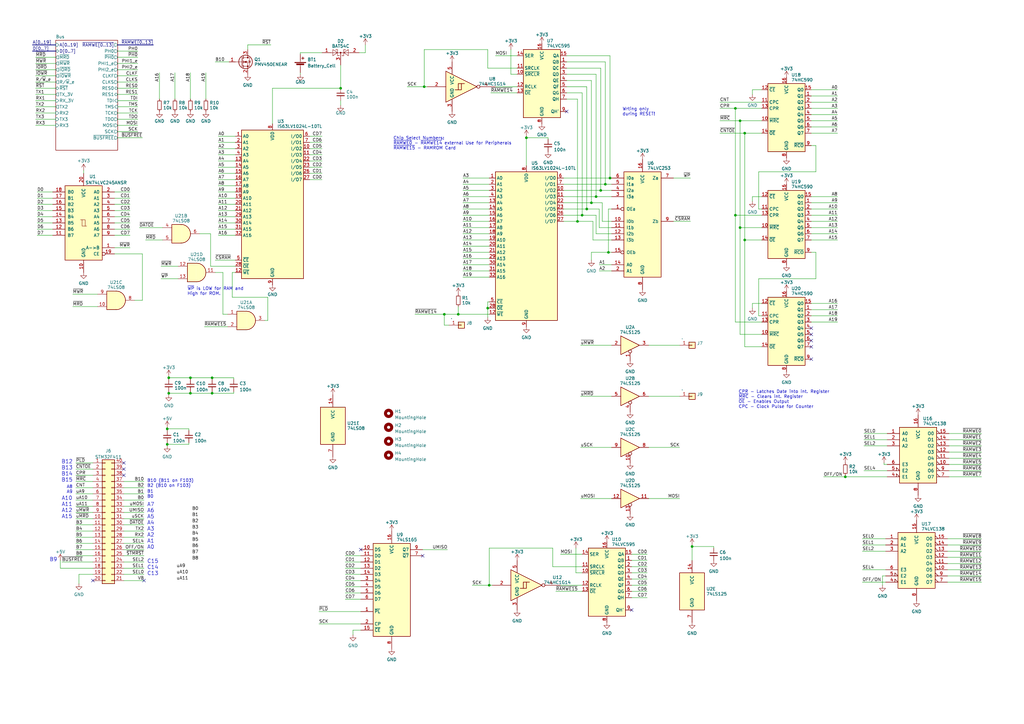
<source format=kicad_sch>
(kicad_sch (version 20230121) (generator eeschema)
  (paper "A3")
  (title_block (title "Unicomp v2 - RAMROM Board") (date "2023-07-06") (rev "v1") (company "100% Offner") (comment 1 "v1: Initial"))
  (junction (at 78.105 154.94))
  (junction (at 303.53 49.53))
  (junction (at 250.19 73.025))
  (junction (at 301.625 44.45))
  (junction (at 86.995 161.29))
  (junction (at 215.9 56.515))
  (junction (at 283.845 224.155))
  (junction (at 301.625 88.265))
  (junction (at 303.53 93.345))
  (junction (at 248.285 75.565))
  (junction (at 249.555 103.505))
  (junction (at 305.435 54.61))
  (junction (at 246.38 78.105))
  (junction (at 69.215 161.29))
  (junction (at 182.245 128.905))
  (junction (at 240.665 85.725))
  (junction (at 238.76 88.265))
  (junction (at 68.58 175.895))
  (junction (at 242.57 83.185))
  (junction (at 86.995 154.94))
  (junction (at 200.025 126.365))
  (junction (at 139.7 36.195))
  (junction (at 78.105 161.29))
  (junction (at 236.855 90.805))
  (junction (at 305.435 98.425))
  (junction (at 244.475 80.645))
  (junction (at 346.71 195.58))
  (junction (at 68.58 182.245))
  (junction (at 69.215 154.94))
  (junction (at 200.66 240.03))
  (junction (at 173.99 35.56))
  (junction (at 187.96 128.905))
  (no_connect (at 50.8 192.405))
  (no_connect (at 50.8 194.945))
  (no_connect (at 332.74 147.32))
  (no_connect (at 332.74 134.62))
  (no_connect (at 147.955 225.425))
  (no_connect (at 332.74 137.16))
  (no_connect (at 173.355 227.965))
  (no_connect (at 332.74 142.24))
  (no_connect (at 332.74 139.7))
  (no_connect (at 259.08 250.19))
  (no_connect (at 50.8 189.865))
  (no_connect (at 38.1 238.125))
  (no_connect (at 232.41 45.72))
  (no_connect (at 59.055 238.125))
  (wire (pts (xy 209.55 20.32) (xy 209.55 30.48)))
  (wire (pts (xy 231.14 73.025) (xy 250.19 73.025)))
  (wire (pts (xy 149.86 18.415) (xy 149.86 21.59)))
  (wire (pts (xy 95.885 154.94) (xy 95.885 155.575)))
  (wire (pts (xy 15.24 83.82) (xy 21.59 83.82)))
  (wire (pts (xy 89.535 78.74) (xy 96.52 78.74)))
  (wire (pts (xy 147.955 245.745) (xy 141.605 245.745)))
  (wire (pts (xy 77.47 175.895) (xy 77.47 176.53)))
  (wire (pts (xy 14.605 31.115) (xy 22.86 31.115)))
  (wire (pts (xy 147.955 233.045) (xy 141.605 233.045)))
  (wire (pts (xy 362.585 189.865) (xy 362.585 190.5)))
  (wire (pts (xy 389.255 185.42) (xy 402.59 185.42)))
  (wire (pts (xy 48.26 43.815) (xy 56.515 43.815)))
  (wire (pts (xy 58.42 104.14) (xy 58.42 123.19)))
  (bus (pts (xy 48.26 18.415) (xy 62.865 18.415)))
  (wire (pts (xy 144.78 258.445) (xy 144.78 260.35)))
  (wire (pts (xy 311.15 70.485) (xy 311.15 85.725)))
  (wire (pts (xy 389.255 195.58) (xy 402.59 195.58)))
  (wire (pts (xy 31.115 225.425) (xy 38.1 225.425)))
  (wire (pts (xy 189.865 78.105) (xy 200.66 78.105)))
  (wire (pts (xy 215.9 56.515) (xy 215.9 67.945)))
  (wire (pts (xy 231.14 83.185) (xy 242.57 83.185)))
  (wire (pts (xy 15.24 88.9) (xy 21.59 88.9)))
  (wire (pts (xy 69.215 161.29) (xy 69.215 160.655)))
  (wire (pts (xy 182.245 128.905) (xy 187.96 128.905)))
  (wire (pts (xy 250.825 93.345) (xy 245.745 93.345)))
  (wire (pts (xy 127 73.66) (xy 132.08 73.66)))
  (wire (pts (xy 88.265 106.68) (xy 96.52 106.68)))
  (wire (pts (xy 353.695 238.76) (xy 363.22 238.76)))
  (wire (pts (xy 276.225 90.805) (xy 283.21 90.805)))
  (wire (pts (xy 244.475 88.265) (xy 244.475 95.885)))
  (wire (pts (xy 31.115 227.965) (xy 38.1 227.965)))
  (wire (pts (xy 139.7 41.275) (xy 139.7 43.18)))
  (wire (pts (xy 250.825 90.805) (xy 247.015 90.805)))
  (wire (pts (xy 334.645 59.69) (xy 334.645 70.485)))
  (wire (pts (xy 332.74 46.99) (xy 343.535 46.99)))
  (wire (pts (xy 189.865 73.025) (xy 200.66 73.025)))
  (wire (pts (xy 127 60.96) (xy 132.08 60.96)))
  (wire (pts (xy 303.53 93.345) (xy 312.42 93.345)))
  (wire (pts (xy 250.825 85.725) (xy 249.555 85.725)))
  (wire (pts (xy 71.755 29.845) (xy 71.755 40.64)))
  (wire (pts (xy 46.99 86.36) (xy 53.34 86.36)))
  (wire (pts (xy 308.61 124.46) (xy 312.42 124.46)))
  (wire (pts (xy 250.19 22.86) (xy 250.19 73.025)))
  (wire (pts (xy 95.25 111.76) (xy 95.25 121.92)))
  (wire (pts (xy 229.87 227.33) (xy 238.76 227.33)))
  (wire (pts (xy 295.275 54.61) (xy 305.435 54.61)))
  (wire (pts (xy 46.99 104.14) (xy 58.42 104.14)))
  (wire (pts (xy 50.8 230.505) (xy 59.055 230.505)))
  (wire (pts (xy 389.255 187.96) (xy 402.59 187.96)))
  (wire (pts (xy 48.26 36.195) (xy 56.515 36.195)))
  (wire (pts (xy 68.58 182.88) (xy 68.58 182.245)))
  (wire (pts (xy 388.62 231.14) (xy 402.59 231.14)))
  (wire (pts (xy 201.93 240.03) (xy 200.66 240.03)))
  (wire (pts (xy 111.76 50.8) (xy 111.76 36.195)))
  (wire (pts (xy 68.58 182.245) (xy 77.47 182.245)))
  (wire (pts (xy 32.385 235.585) (xy 32.385 239.395)))
  (wire (pts (xy 246.38 78.105) (xy 250.825 78.105)))
  (wire (pts (xy 147.955 235.585) (xy 141.605 235.585)))
  (wire (pts (xy 232.41 35.56) (xy 240.665 35.56)))
  (wire (pts (xy 55.245 123.19) (xy 58.42 123.19)))
  (wire (pts (xy 46.99 96.52) (xy 53.34 96.52)))
  (wire (pts (xy 127 66.04) (xy 132.08 66.04)))
  (wire (pts (xy 231.14 75.565) (xy 248.285 75.565)))
  (wire (pts (xy 31.115 220.345) (xy 38.1 220.345)))
  (wire (pts (xy 311.15 129.54) (xy 312.42 129.54)))
  (wire (pts (xy 69.215 154.94) (xy 78.105 154.94)))
  (wire (pts (xy 173.99 20.32) (xy 173.99 35.56)))
  (wire (pts (xy 46.99 83.82) (xy 53.34 83.82)))
  (wire (pts (xy 48.26 20.955) (xy 56.515 20.955)))
  (wire (pts (xy 73.025 114.3) (xy 66.04 114.3)))
  (wire (pts (xy 93.345 128.905) (xy 91.44 128.905)))
  (wire (pts (xy 332.74 85.725) (xy 343.535 85.725)))
  (wire (pts (xy 201.295 38.1) (xy 212.09 38.1)))
  (wire (pts (xy 250.825 98.425) (xy 243.205 98.425)))
  (wire (pts (xy 48.26 28.575) (xy 56.515 28.575)))
  (wire (pts (xy 250.19 73.025) (xy 250.825 73.025)))
  (wire (pts (xy 231.14 78.105) (xy 246.38 78.105)))
  (wire (pts (xy 238.76 88.265) (xy 244.475 88.265)))
  (wire (pts (xy 81.915 95.885) (xy 86.36 95.885)))
  (wire (pts (xy 147.955 240.665) (xy 141.605 240.665)))
  (wire (pts (xy 248.285 75.565) (xy 250.825 75.565)))
  (wire (pts (xy 127 68.58) (xy 132.08 68.58)))
  (wire (pts (xy 308.61 36.83) (xy 312.42 36.83)))
  (wire (pts (xy 301.625 44.45) (xy 312.42 44.45)))
  (wire (pts (xy 311.15 85.725) (xy 312.42 85.725)))
  (wire (pts (xy 14.605 46.355) (xy 22.86 46.355)))
  (wire (pts (xy 189.865 75.565) (xy 200.66 75.565)))
  (wire (pts (xy 69.215 161.29) (xy 78.105 161.29)))
  (wire (pts (xy 353.695 226.06) (xy 363.22 226.06)))
  (wire (pts (xy 259.08 234.95) (xy 265.43 234.95)))
  (wire (pts (xy 50.8 212.725) (xy 59.055 212.725)))
  (wire (pts (xy 200.025 20.32) (xy 173.99 20.32)))
  (wire (pts (xy 332.74 41.91) (xy 343.535 41.91)))
  (wire (pts (xy 91.44 128.905) (xy 91.44 111.76)))
  (wire (pts (xy 31.115 207.645) (xy 38.1 207.645)))
  (wire (pts (xy 388.62 220.98) (xy 402.59 220.98)))
  (wire (pts (xy 50.8 217.805) (xy 59.055 217.805)))
  (wire (pts (xy 48.26 51.435) (xy 56.515 51.435)))
  (wire (pts (xy 109.855 121.92) (xy 109.855 131.445)))
  (wire (pts (xy 308.61 80.645) (xy 312.42 80.645)))
  (wire (pts (xy 259.08 237.49) (xy 265.43 237.49)))
  (wire (pts (xy 50.8 205.105) (xy 59.055 205.105)))
  (wire (pts (xy 189.865 83.185) (xy 200.66 83.185)))
  (wire (pts (xy 31.115 200.025) (xy 38.1 200.025)))
  (wire (pts (xy 89.535 93.98) (xy 96.52 93.98)))
  (wire (pts (xy 193.675 240.03) (xy 200.66 240.03)))
  (wire (pts (xy 295.275 41.91) (xy 312.42 41.91)))
  (wire (pts (xy 303.53 49.53) (xy 312.42 49.53)))
  (wire (pts (xy 86.995 154.94) (xy 86.995 155.575)))
  (wire (pts (xy 123.19 21.59) (xy 132.08 21.59)))
  (wire (pts (xy 231.14 88.265) (xy 238.76 88.265)))
  (wire (pts (xy 361.95 236.22) (xy 361.95 240.03)))
  (wire (pts (xy 46.99 81.28) (xy 53.34 81.28)))
  (wire (pts (xy 88.265 111.76) (xy 91.44 111.76)))
  (wire (pts (xy 332.74 129.54) (xy 343.535 129.54)))
  (wire (pts (xy 229.87 240.03) (xy 238.76 240.03)))
  (wire (pts (xy 14.605 41.275) (xy 22.86 41.275)))
  (wire (pts (xy 69.215 154.305) (xy 69.215 154.94)))
  (wire (pts (xy 295.275 49.53) (xy 303.53 49.53)))
  (wire (pts (xy 89.535 81.28) (xy 96.52 81.28)))
  (wire (pts (xy 15.24 96.52) (xy 21.59 96.52)))
  (wire (pts (xy 236.855 90.805) (xy 243.205 90.805)))
  (wire (pts (xy 66.04 109.22) (xy 73.025 109.22)))
  (wire (pts (xy 96.52 111.76) (xy 95.25 111.76)))
  (wire (pts (xy 101.6 20.32) (xy 101.6 18.415)))
  (wire (pts (xy 101.6 18.415) (xy 111.125 18.415)))
  (wire (pts (xy 303.53 93.345) (xy 303.53 137.16)))
  (wire (pts (xy 189.865 88.265) (xy 200.66 88.265)))
  (wire (pts (xy 50.8 200.025) (xy 59.055 200.025)))
  (wire (pts (xy 50.8 207.645) (xy 59.055 207.645)))
  (wire (pts (xy 189.865 100.965) (xy 200.66 100.965)))
  (wire (pts (xy 301.625 132.08) (xy 312.42 132.08)))
  (wire (pts (xy 14.605 51.435) (xy 22.86 51.435)))
  (wire (pts (xy 89.535 83.82) (xy 96.52 83.82)))
  (wire (pts (xy 388.62 228.6) (xy 402.59 228.6)))
  (wire (pts (xy 65.405 29.845) (xy 65.405 40.64)))
  (wire (pts (xy 301.625 88.265) (xy 301.625 132.08)))
  (wire (pts (xy 353.695 220.98) (xy 363.22 220.98)))
  (wire (pts (xy 189.865 95.885) (xy 200.66 95.885)))
  (wire (pts (xy 68.58 175.26) (xy 68.58 175.895)))
  (wire (pts (xy 89.535 76.2) (xy 96.52 76.2)))
  (wire (pts (xy 200.66 224.79) (xy 200.66 240.03)))
  (wire (pts (xy 353.695 223.52) (xy 363.22 223.52)))
  (wire (pts (xy 50.8 238.125) (xy 59.055 238.125)))
  (wire (pts (xy 238.76 38.1) (xy 238.76 88.265)))
  (wire (pts (xy 86.995 160.655) (xy 86.995 161.29)))
  (wire (pts (xy 84.455 29.845) (xy 84.455 40.64)))
  (wire (pts (xy 332.74 127) (xy 343.535 127)))
  (wire (pts (xy 245.745 93.345) (xy 245.745 85.725)))
  (wire (pts (xy 215.9 55.88) (xy 215.9 56.515)))
  (wire (pts (xy 189.865 113.665) (xy 200.66 113.665)))
  (wire (pts (xy 249.555 85.725) (xy 249.555 103.505)))
  (wire (pts (xy 130.81 255.905) (xy 147.955 255.905)))
  (wire (pts (xy 332.74 93.345) (xy 343.535 93.345)))
  (wire (pts (xy 189.865 111.125) (xy 200.66 111.125)))
  (wire (pts (xy 305.435 54.61) (xy 305.435 98.425)))
  (wire (pts (xy 31.115 210.185) (xy 38.1 210.185)))
  (wire (pts (xy 127 55.88) (xy 132.08 55.88)))
  (wire (pts (xy 189.865 98.425) (xy 200.66 98.425)))
  (wire (pts (xy 14.605 33.655) (xy 22.86 33.655)))
  (wire (pts (xy 31.115 194.945) (xy 38.1 194.945)))
  (wire (pts (xy 250.825 183.515) (xy 238.125 183.515)))
  (wire (pts (xy 83.82 133.985) (xy 93.345 133.985)))
  (wire (pts (xy 48.26 26.035) (xy 56.515 26.035)))
  (wire (pts (xy 243.205 98.425) (xy 243.205 90.805)))
  (wire (pts (xy 89.535 86.36) (xy 96.52 86.36)))
  (wire (pts (xy 50.8 227.965) (xy 59.055 227.965)))
  (wire (pts (xy 78.105 160.655) (xy 78.105 161.29)))
  (wire (pts (xy 266.065 204.47) (xy 278.765 204.47)))
  (wire (pts (xy 175.26 35.56) (xy 173.99 35.56)))
  (wire (pts (xy 354.33 182.88) (xy 363.855 182.88)))
  (bus (pts (xy 22.86 18.415) (xy 13.335 18.415)))
  (wire (pts (xy 31.115 212.725) (xy 38.1 212.725)))
  (wire (pts (xy 50.8 202.565) (xy 59.055 202.565)))
  (wire (pts (xy 31.115 202.565) (xy 38.1 202.565)))
  (wire (pts (xy 200.025 126.365) (xy 200.025 130.175)))
  (wire (pts (xy 332.74 36.83) (xy 343.535 36.83)))
  (wire (pts (xy 31.115 215.265) (xy 38.1 215.265)))
  (wire (pts (xy 15.24 93.98) (xy 21.59 93.98)))
  (wire (pts (xy 248.285 25.4) (xy 248.285 75.565)))
  (wire (pts (xy 78.105 154.94) (xy 78.105 155.575)))
  (wire (pts (xy 332.74 88.265) (xy 343.535 88.265)))
  (wire (pts (xy 89.535 73.66) (xy 96.52 73.66)))
  (wire (pts (xy 31.115 217.805) (xy 38.1 217.805)))
  (wire (pts (xy 242.57 83.185) (xy 247.015 83.185)))
  (wire (pts (xy 24.765 229.87) (xy 24.765 233.045)))
  (wire (pts (xy 295.275 44.45) (xy 301.625 44.45)))
  (wire (pts (xy 232.41 40.64) (xy 236.855 40.64)))
  (wire (pts (xy 50.8 222.885) (xy 59.055 222.885)))
  (wire (pts (xy 332.74 95.885) (xy 343.535 95.885)))
  (wire (pts (xy 236.855 40.64) (xy 236.855 90.805)))
  (wire (pts (xy 25.4 230.505) (xy 38.1 230.505)))
  (wire (pts (xy 189.865 93.345) (xy 200.66 93.345)))
  (wire (pts (xy 69.215 161.925) (xy 69.215 161.29)))
  (wire (pts (xy 15.24 81.28) (xy 21.59 81.28)))
  (wire (pts (xy 48.26 48.895) (xy 56.515 48.895)))
  (wire (pts (xy 31.115 189.865) (xy 38.1 189.865)))
  (wire (pts (xy 127 58.42) (xy 132.08 58.42)))
  (wire (pts (xy 226.695 224.79) (xy 226.695 232.41)))
  (wire (pts (xy 334.645 103.505) (xy 334.645 114.3)))
  (wire (pts (xy 15.24 78.74) (xy 21.59 78.74)))
  (wire (pts (xy 48.26 33.655) (xy 56.515 33.655)))
  (wire (pts (xy 123.19 30.48) (xy 123.19 29.845)))
  (wire (pts (xy 388.62 223.52) (xy 402.59 223.52)))
  (wire (pts (xy 31.115 197.485) (xy 38.1 197.485)))
  (wire (pts (xy 232.41 38.1) (xy 238.76 38.1)))
  (wire (pts (xy 236.22 234.95) (xy 238.76 234.95)))
  (wire (pts (xy 53.34 101.6) (xy 46.99 101.6)))
  (wire (pts (xy 46.99 88.9) (xy 53.34 88.9)))
  (wire (pts (xy 232.41 30.48) (xy 244.475 30.48)))
  (wire (pts (xy 249.555 103.505) (xy 250.825 103.505)))
  (wire (pts (xy 303.53 137.16) (xy 312.42 137.16)))
  (wire (pts (xy 89.535 58.42) (xy 96.52 58.42)))
  (wire (pts (xy 238.125 162.56) (xy 250.825 162.56)))
  (wire (pts (xy 244.475 95.885) (xy 250.825 95.885)))
  (wire (pts (xy 283.845 224.155) (xy 292.735 224.155)))
  (wire (pts (xy 363.855 190.5) (xy 362.585 190.5)))
  (wire (pts (xy 334.645 114.3) (xy 311.15 114.3)))
  (wire (pts (xy 50.8 235.585) (xy 59.055 235.585)))
  (wire (pts (xy 305.435 54.61) (xy 312.42 54.61)))
  (wire (pts (xy 389.255 190.5) (xy 402.59 190.5)))
  (wire (pts (xy 242.57 103.505) (xy 249.555 103.505)))
  (wire (pts (xy 14.605 36.195) (xy 22.86 36.195)))
  (wire (pts (xy 170.18 128.905) (xy 182.245 128.905)))
  (wire (pts (xy 184.15 133.35) (xy 182.245 133.35)))
  (wire (pts (xy 226.695 232.41) (xy 238.76 232.41)))
  (wire (pts (xy 88.265 25.4) (xy 93.98 25.4)))
  (wire (pts (xy 388.62 236.22) (xy 402.59 236.22)))
  (wire (pts (xy 305.435 98.425) (xy 312.42 98.425)))
  (wire (pts (xy 48.26 41.275) (xy 56.515 41.275)))
  (wire (pts (xy 200.025 27.94) (xy 212.09 27.94)))
  (wire (pts (xy 332.74 124.46) (xy 343.535 124.46)))
  (wire (pts (xy 242.57 103.505) (xy 242.57 106.68)))
  (wire (pts (xy 189.865 103.505) (xy 200.66 103.505)))
  (wire (pts (xy 303.53 49.53) (xy 303.53 93.345)))
  (wire (pts (xy 139.7 26.67) (xy 139.7 36.195)))
  (wire (pts (xy 200.025 20.32) (xy 200.025 27.94)))
  (wire (pts (xy 346.71 194.945) (xy 346.71 195.58)))
  (wire (pts (xy 245.745 108.585) (xy 250.825 108.585)))
  (wire (pts (xy 305.435 98.425) (xy 305.435 142.24)))
  (wire (pts (xy 89.535 91.44) (xy 96.52 91.44)))
  (wire (pts (xy 34.29 69.85) (xy 34.29 71.12)))
  (wire (pts (xy 240.665 35.56) (xy 240.665 85.725)))
  (wire (pts (xy 189.865 106.045) (xy 200.66 106.045)))
  (wire (pts (xy 78.105 29.845) (xy 78.105 40.64)))
  (wire (pts (xy 78.105 154.94) (xy 86.995 154.94)))
  (wire (pts (xy 77.47 181.61) (xy 77.47 182.245)))
  (wire (pts (xy 89.535 66.04) (xy 96.52 66.04)))
  (wire (pts (xy 48.26 53.975) (xy 56.515 53.975)))
  (wire (pts (xy 259.08 245.11) (xy 265.43 245.11)))
  (wire (pts (xy 259.08 229.87) (xy 265.43 229.87)))
  (wire (pts (xy 89.535 88.9) (xy 96.52 88.9)))
  (wire (pts (xy 130.81 250.825) (xy 147.955 250.825)))
  (wire (pts (xy 50.8 225.425) (xy 59.055 225.425)))
  (wire (pts (xy 48.26 56.515) (xy 58.42 56.515)))
  (wire (pts (xy 354.33 177.8) (xy 363.855 177.8)))
  (wire (pts (xy 389.255 182.88) (xy 402.59 182.88)))
  (wire (pts (xy 14.605 28.575) (xy 22.86 28.575)))
  (wire (pts (xy 50.8 210.185) (xy 59.055 210.185)))
  (wire (pts (xy 50.8 215.265) (xy 59.055 215.265)))
  (wire (pts (xy 227.965 242.57) (xy 238.76 242.57)))
  (wire (pts (xy 89.535 71.12) (xy 96.52 71.12)))
  (wire (pts (xy 276.225 73.025) (xy 283.21 73.025)))
  (wire (pts (xy 301.625 44.45) (xy 301.625 88.265)))
  (wire (pts (xy 173.355 225.425) (xy 183.515 225.425)))
  (wire (pts (xy 127 63.5) (xy 132.08 63.5)))
  (wire (pts (xy 346.71 195.58) (xy 363.855 195.58)))
  (wire (pts (xy 244.475 30.48) (xy 244.475 80.645)))
  (wire (pts (xy 231.14 80.645) (xy 244.475 80.645)))
  (wire (pts (xy 147.955 243.205) (xy 141.605 243.205)))
  (wire (pts (xy 332.74 59.69) (xy 334.645 59.69)))
  (wire (pts (xy 48.26 38.735) (xy 56.515 38.735)))
  (wire (pts (xy 14.605 43.815) (xy 22.86 43.815)))
  (wire (pts (xy 203.2 22.86) (xy 212.09 22.86)))
  (wire (pts (xy 29.845 125.73) (xy 40.005 125.73)))
  (wire (pts (xy 332.74 52.07) (xy 343.535 52.07)))
  (wire (pts (xy 247.015 90.805) (xy 247.015 83.185)))
  (wire (pts (xy 224.79 56.515) (xy 224.79 57.15)))
  (wire (pts (xy 14.605 38.735) (xy 22.86 38.735)))
  (wire (pts (xy 250.825 141.605) (xy 238.125 141.605)))
  (wire (pts (xy 95.25 121.92) (xy 109.855 121.92)))
  (wire (pts (xy 361.95 236.22) (xy 363.22 236.22)))
  (wire (pts (xy 68.58 175.895) (xy 68.58 176.53)))
  (wire (pts (xy 127 71.12) (xy 132.08 71.12)))
  (wire (pts (xy 308.61 80.645) (xy 308.61 82.55)))
  (wire (pts (xy 29.845 120.65) (xy 40.005 120.65)))
  (wire (pts (xy 46.99 78.74) (xy 53.34 78.74)))
  (wire (pts (xy 14.605 23.495) (xy 22.86 23.495)))
  (wire (pts (xy 332.74 80.645) (xy 343.535 80.645)))
  (wire (pts (xy 266.065 183.515) (xy 278.765 183.515)))
  (wire (pts (xy 14.605 26.035) (xy 22.86 26.035)))
  (wire (pts (xy 123.19 21.59) (xy 123.19 22.225)))
  (wire (pts (xy 301.625 88.265) (xy 312.42 88.265)))
  (wire (pts (xy 278.765 141.605) (xy 266.065 141.605)))
  (wire (pts (xy 109.855 131.445) (xy 108.585 131.445)))
  (wire (pts (xy 389.255 180.34) (xy 402.59 180.34)))
  (wire (pts (xy 189.865 85.725) (xy 200.66 85.725)))
  (wire (pts (xy 259.08 232.41) (xy 265.43 232.41)))
  (wire (pts (xy 86.995 154.94) (xy 95.885 154.94)))
  (wire (pts (xy 200.025 126.365) (xy 200.66 126.365)))
  (wire (pts (xy 89.535 68.58) (xy 96.52 68.58)))
  (wire (pts (xy 354.33 193.04) (xy 363.855 193.04)))
  (wire (pts (xy 266.065 162.56) (xy 278.765 162.56)))
  (wire (pts (xy 189.865 108.585) (xy 200.66 108.585)))
  (wire (pts (xy 259.08 242.57) (xy 265.43 242.57)))
  (wire (pts (xy 147.955 230.505) (xy 141.605 230.505)))
  (wire (pts (xy 238.125 204.47) (xy 250.825 204.47)))
  (wire (pts (xy 308.61 36.83) (xy 308.61 38.735)))
  (wire (pts (xy 15.24 86.36) (xy 21.59 86.36)))
  (wire (pts (xy 89.535 96.52) (xy 96.52 96.52)))
  (wire (pts (xy 86.36 95.885) (xy 86.36 109.22)))
  (wire (pts (xy 31.115 222.885) (xy 38.1 222.885)))
  (wire (pts (xy 147.955 238.125) (xy 141.605 238.125)))
  (wire (pts (xy 50.8 233.045) (xy 59.055 233.045)))
  (wire (pts (xy 149.86 21.59) (xy 147.32 21.59)))
  (wire (pts (xy 226.695 224.79) (xy 200.66 224.79)))
  (wire (pts (xy 89.535 60.96) (xy 96.52 60.96)))
  (wire (pts (xy 236.22 224.79) (xy 236.22 234.95)))
  (wire (pts (xy 189.865 90.805) (xy 200.66 90.805)))
  (wire (pts (xy 200.025 123.825) (xy 200.025 126.365)))
  (wire (pts (xy 283.845 223.52) (xy 283.845 224.155)))
  (wire (pts (xy 308.61 124.46) (xy 308.61 126.365)))
  (wire (pts (xy 332.74 98.425) (xy 343.535 98.425)))
  (wire (pts (xy 334.645 70.485) (xy 311.15 70.485)))
  (wire (pts (xy 86.36 109.22) (xy 96.52 109.22)))
  (wire (pts (xy 95.885 160.655) (xy 95.885 161.29)))
  (wire (pts (xy 332.74 54.61) (xy 343.535 54.61)))
  (wire (pts (xy 86.995 161.29) (xy 95.885 161.29)))
  (wire (pts (xy 46.99 93.98) (xy 53.34 93.98)))
  (wire (pts (xy 189.865 80.645) (xy 200.66 80.645)))
  (wire (pts (xy 31.115 192.405) (xy 38.1 192.405)))
  (wire (pts (xy 231.14 90.805) (xy 236.855 90.805)))
  (wire (pts (xy 245.745 111.125) (xy 250.825 111.125)))
  (wire (pts (xy 50.8 220.345) (xy 59.055 220.345)))
  (wire (pts (xy 78.105 161.29) (xy 86.995 161.29)))
  (wire (pts (xy 311.15 114.3) (xy 311.15 129.54)))
  (wire (pts (xy 89.535 55.88) (xy 96.52 55.88)))
  (wire (pts (xy 209.55 30.48) (xy 212.09 30.48)))
  (wire (pts (xy 50.8 197.485) (xy 59.055 197.485)))
  (wire (pts (xy 389.255 177.8) (xy 402.59 177.8)))
  (wire (pts (xy 187.96 125.73) (xy 187.96 128.905)))
  (wire (pts (xy 46.99 91.44) (xy 53.34 91.44)))
  (wire (pts (xy 48.26 23.495) (xy 56.515 23.495)))
  (wire (pts (xy 111.76 36.195) (xy 139.7 36.195)))
  (wire (pts (xy 32.385 235.585) (xy 38.1 235.585)))
  (wire (pts (xy 89.535 63.5) (xy 96.52 63.5)))
  (wire (pts (xy 354.33 180.34) (xy 363.855 180.34)))
  (wire (pts (xy 259.08 227.33) (xy 265.43 227.33)))
  (bus (pts (xy 22.86 20.955) (xy 13.335 20.955)))
  (wire (pts (xy 182.245 133.35) (xy 182.245 128.905)))
  (wire (pts (xy 187.96 128.905) (xy 200.66 128.905)))
  (wire (pts (xy 283.845 224.155) (xy 283.845 229.87)))
  (wire (pts (xy 244.475 80.645) (xy 250.825 80.645)))
  (wire (pts (xy 389.255 193.04) (xy 402.59 193.04)))
  (wire (pts (xy 232.41 27.94) (xy 246.38 27.94)))
  (wire (pts (xy 292.735 224.155) (xy 292.735 224.79)))
  (wire (pts (xy 59.69 98.425) (xy 66.675 98.425)))
  (wire (pts (xy 15.24 91.44) (xy 21.59 91.44)))
  (wire (pts (xy 332.74 44.45) (xy 343.535 44.45)))
  (wire (pts (xy 332.74 83.185) (xy 343.535 83.185)))
  (wire (pts (xy 332.74 132.08) (xy 343.535 132.08)))
  (wire (pts (xy 215.9 56.515) (xy 224.79 56.515)))
  (wire (pts (xy 48.26 46.355) (xy 56.515 46.355)))
  (wire (pts (xy 242.57 33.02) (xy 242.57 83.185)))
  (wire (pts (xy 48.26 31.115) (xy 56.515 31.115)))
  (wire (pts (xy 332.74 39.37) (xy 343.535 39.37)))
  (wire (pts (xy 259.08 240.03) (xy 265.43 240.03)))
  (wire (pts (xy 332.74 103.505) (xy 334.645 103.505)))
  (wire (pts (xy 68.58 182.245) (xy 68.58 181.61)))
  (wire (pts (xy 31.115 205.105) (xy 38.1 205.105)))
  (wire (pts (xy 246.38 27.94) (xy 246.38 78.105)))
  (wire (pts (xy 332.74 49.53) (xy 343.535 49.53)))
  (wire (pts (xy 240.665 85.725) (xy 245.745 85.725)))
  (wire (pts (xy 231.14 85.725) (xy 240.665 85.725)))
  (wire (pts (xy 388.62 238.76) (xy 402.59 238.76)))
  (wire (pts (xy 68.58 175.895) (xy 77.47 175.895)))
  (wire (pts (xy 147.955 258.445) (xy 144.78 258.445)))
  (wire (pts (xy 388.62 226.06) (xy 402.59 226.06)))
  (wire (pts (xy 332.74 90.805) (xy 343.535 90.805)))
  (wire (pts (xy 232.41 33.02) (xy 242.57 33.02)))
  (wire (pts (xy 232.41 25.4) (xy 248.285 25.4)))
  (wire (pts (xy 24.765 233.045) (xy 38.1 233.045)))
  (wire (pts (xy 167.005 35.56) (xy 173.99 35.56)))
  (wire (pts (xy 14.605 48.895) (xy 22.86 48.895)))
  (wire (pts (xy 147.955 227.965) (xy 141.605 227.965)))
  (wire (pts (xy 232.41 22.86) (xy 250.19 22.86)))
  (wire (pts (xy 57.15 93.345) (xy 66.675 93.345)))
  (wire (pts (xy 337.82 195.58) (xy 346.71 195.58)))
  (wire (pts (xy 388.62 233.68) (xy 402.59 233.68)))
  (wire (pts (xy 203.2 35.56) (xy 212.09 35.56)))
  (wire (pts (xy 353.695 233.68) (xy 363.22 233.68)))
  (wire (pts (xy 305.435 142.24) (xy 312.42 142.24)))
  (wire (pts (xy 200.025 123.825) (xy 200.66 123.825)))
  (wire (pts (xy 69.215 154.94) (xy 69.215 155.575)))
  (text "B1\nB0" (at 60.325 204.47 0) (effects (font (size 1.27 1.27)) (justify left bottom)))
  (text "A10\nA11\nA12\nA15" (at 29.718 212.852 0) (effects (font (size 1.55 1.55)) (justify right bottom)))
  (text "CPR - Latches Date into int. Register\n~{MRC} - Clears int. Register\n~{OE} - Enables Output\nCPC - Clock Pulse for Counter" (at 302.895 167.64 0) (effects (font (size 1.27 1.27)) (justify left bottom)))
  (text "Wrting only\nduring RESET!" (at 255.27 47.625 0) (effects (font (size 1.27 1.27)) (justify left bottom)))
  (text "B9\n" (at 23.495 230.505 0) (effects (font (size 1.55 1.55)) (justify right bottom)))
  (text "A8\nA9" (at 27.305 202.565 0) (effects (font (size 1.27 1.27)) (justify left bottom)))
  (text "B10 (B11 on F103)\nB2 (B10 on F103)" (at 60.325 200.025 0) (effects (font (size 1.27 1.27)) (justify left bottom)))
  (text "~{WP} is LOW for RAM and\nHigh for ROM." (at 76.835 121.285 0) (effects (font (size 1.27 1.27)) (justify left bottom)))
  (text "A7\nA6\nA5\nA4\nA3\nA2\nA1\nA0" (at 60.325 225.425 0) (effects (font (size 1.55 1.55)) (justify left bottom)))
  (text "B12\nB13\nB14\nB15" (at 25.146 197.866 0) (effects (font (size 1.55 1.55)) (justify left bottom)))
  (text "C15\nC14\nC13" (at 60.325 236.22 0) (effects (font (size 1.55 1.55)) (justify left bottom)))
  (text "Chip Select Numbers:\n~{RAMWE0} - ~{RAMWE14} external Use for Peripherals\n~{RAMWE15} - RAMROM Card" (at 161.29 61.595 0) (effects (font (size 1.27 1.27)) (justify left bottom)))
  (label "CD5" (at 141.605 240.665 0))
  (label "~{RAMWE14}" (at 402.59 236.22 180))
  (label "~{IOWR}" (at 14.605 31.115 0))
  (label "~{MWR}" (at 29.845 120.65 0))
  (label "A1" (at 343.535 39.37 180))
  (label "SEL0" (at 59.055 235.585 180))
  (label "A16" (at 65.405 29.845 270))
  (label "CD4" (at 265.43 237.49 180))
  (label "~{RAMWE5}" (at 402.59 190.5 180))
  (label "~{DATOE}" (at 59.055 215.265 180))
  (label "~{RAMWE0}" (at 402.59 177.8 180))
  (label "SEL4" (at 59.055 222.885 180))
  (label "~{uMRD}" (at 31.115 212.725 0))
  (label "B8" (at 31.115 227.965 0))
  (label "~{MRC}" (at 31.115 197.485 0))
  (label "CD1" (at 141.605 230.505 0))
  (label "SEL2" (at 354.33 182.88 0))
  (label "~{RAMWE4}" (at 402.59 187.96 180))
  (label "uA9" (at 72.39 233.045 0))
  (label "SEL1" (at 354.33 180.34 0))
  (label "~{BUSFREE}" (at 25.4 230.505 0))
  (label "~{CNTOE}" (at 31.115 192.405 0))
  (label "CD6" (at 132.08 58.42 180))
  (label "~{MWR}" (at 66.04 109.22 0))
  (label "A9" (at 89.535 78.74 0))
  (label "A11" (at 343.535 88.265 180))
  (label "A8" (at 89.535 76.2 0))
  (label "A1" (at 89.535 58.42 0))
  (label "PHI2_e" (at 56.515 28.575 180))
  (label "A18" (at 343.535 129.54 180))
  (label "A14" (at 343.535 95.885 180))
  (label "A13" (at 343.535 93.345 180))
  (label "A10" (at 343.535 85.725 180))
  (label "CD3" (at 265.43 234.95 180))
  (label "A7" (at 343.535 54.61 180))
  (label "B2" (at 59.055 200.025 180))
  (label "B4" (at 78.74 219.71 0))
  (label "SCK" (at 130.81 255.905 0))
  (label "D3" (at 15.24 86.36 0))
  (label "A19" (at 343.535 132.08 180))
  (label "~{STMRST}" (at 59.055 227.965 180))
  (label "PH0" (at 56.515 20.955 180))
  (label "A1" (at 245.745 108.585 0))
  (label "TX2" (at 14.605 43.815 0))
  (label "A4" (at 189.865 75.565 0))
  (label "TX3" (at 14.605 48.895 0))
  (label "uA9" (at 31.115 202.565 0))
  (label "CLKS" (at 56.515 33.655 180))
  (label "CD1" (at 265.43 229.87 180))
  (label "UMISO" (at 59.055 210.185 180))
  (label "~{RAMWE15}" (at 402.59 238.76 180))
  (label "SCK" (at 56.515 53.975 180))
  (label "uA11" (at 72.39 238.125 0))
  (label "CD5" (at 265.43 240.03 180))
  (label "A13" (at 189.865 98.425 0))
  (label "A17" (at 71.755 29.845 270))
  (label "A3" (at 343.535 44.45 180))
  (label "A0" (at 343.535 36.83 180))
  (label "~{WP}" (at 66.04 114.3 0))
  (label "CD6" (at 141.605 243.205 0))
  (label "RX2" (at 59.055 220.345 180))
  (label "A3" (at 189.865 73.025 0))
  (label "~{MRC}" (at 295.275 49.53 0))
  (label "uSCK" (at 59.055 212.725 180))
  (label "A0" (at 89.535 55.88 0))
  (label "SEL2" (at 353.695 226.06 0))
  (label "uA10" (at 31.115 205.105 0))
  (label "A17" (at 189.865 108.585 0))
  (label "B5" (at 31.115 220.345 0))
  (label "TDI" (at 56.515 41.275 180))
  (label "~{RST}" (at 14.605 36.195 0))
  (label "~{DATOE}" (at 57.15 93.345 0))
  (label "R{slash}~{W}_e" (at 14.605 33.655 0))
  (label "~{PH0}" (at 56.515 23.495 180))
  (label "A9" (at 343.535 83.185 180))
  (label "CLKF" (at 56.515 31.115 180))
  (label "CD3" (at 132.08 66.04 180))
  (label "~{PLD}" (at 31.115 189.865 0))
  (label "B10" (at 59.055 197.485 180))
  (label "CD2" (at 265.43 232.41 180))
  (label "CD7" (at 265.43 245.11 180))
  (label "D0" (at 15.24 78.74 0))
  (label "CPR" (at 31.115 194.945 0))
  (label "A14" (at 189.865 100.965 0))
  (label "B4" (at 31.115 217.805 0))
  (label "B2" (at 78.74 214.63 0))
  (label "B3" (at 78.74 217.17 0))
  (label "~{RAMWE1}" (at 402.59 180.34 180))
  (label "CD3" (at 141.605 235.585 0))
  (label "CD1" (at 132.08 71.12 180))
  (label "~{IORD}" (at 14.605 28.575 0))
  (label "A10" (at 189.865 90.805 0))
  (label "CD1" (at 53.34 81.28 180))
  (label "CD2" (at 53.34 83.82 180))
  (label "CD2" (at 141.605 233.045 0))
  (label "RX3" (at 14.605 51.435 0))
  (label "~{RAMWE11}" (at 402.59 228.6 180))
  (label "~{RAMWE7}" (at 402.59 195.58 180))
  (label "uSCK" (at 238.125 183.515 0))
  (label "SCK" (at 167.005 35.56 0))
  (label "A10" (at 89.535 81.28 0))
  (label "~{CSRAM}" (at 88.265 106.68 0))
  (label "SCK" (at 193.675 240.03 0))
  (label "D7" (at 15.24 96.52 0))
  (label "RES1" (at 56.515 38.735 180))
  (label "A17" (at 343.535 127 180))
  (label "SEL2" (at 59.055 230.505 180))
  (label "A13" (at 89.535 88.9 0))
  (label "CD4" (at 132.08 63.5 180))
  (label "~{RAMWE9}" (at 402.59 223.52 180))
  (label "CD7" (at 53.34 96.52 180))
  (label "~{RAMWE2}" (at 402.59 182.88 180))
  (label "A2" (at 89.535 60.96 0))
  (label "TDO" (at 56.515 48.895 180))
  (label "CD6" (at 265.43 242.57 180))
  (label "MOSI" (at 56.515 51.435 180))
  (label "~{RST}" (at 111.125 18.415 180))
  (label "A5" (at 89.535 68.58 0))
  (label "A14" (at 89.535 91.44 0))
  (label "SEL1" (at 59.055 233.045 180))
  (label "~{MRD}" (at 59.69 98.425 0))
  (label "D1" (at 15.24 81.28 0))
  (label "CPR" (at 295.275 44.45 0))
  (label "uA10" (at 72.39 235.585 0))
  (label "B6" (at 31.115 222.885 0))
  (label "~{RAMWE14}" (at 170.18 128.905 0))
  (label "B7" (at 78.74 227.33 0))
  (label "CNT" (at 295.275 41.91 0))
  (label "A6" (at 189.865 80.645 0))
  (label "SCK" (at 278.765 183.515 180))
  (label "A7" (at 189.865 83.185 0))
  (label "RES0" (at 56.515 36.195 180))
  (label "A18" (at 78.105 29.845 270))
  (label "CD4" (at 141.605 238.125 0))
  (label "CD5" (at 53.34 91.44 180))
  (label "A12" (at 189.865 95.885 0))
  (label "D2" (at 15.24 83.82 0))
  (label "SEL4" (at 354.33 193.04 0))
  (label "D6" (at 15.24 93.98 0))
  (label "CD3" (at 53.34 86.36 180))
  (label "TMS" (at 56.515 43.815 180))
  (label "CD5" (at 132.08 60.96 180))
  (label "D[0..7]" (at 13.335 20.955 0))
  (label "A15" (at 89.535 93.98 0))
  (label "A5" (at 189.865 78.105 0))
  (label "RX1" (at 14.605 41.275 0))
  (label "A8" (at 343.535 80.645 180))
  (label "~{uMRD}" (at 238.125 162.56 0))
  (label "~{RAMWE15}" (at 83.82 133.985 0))
  (label "A16" (at 89.535 96.52 0))
  (label "D4" (at 15.24 88.9 0))
  (label "~{MWR}" (at 14.605 26.035 0))
  (label "B8" (at 78.74 229.87 0))
  (label "~{RAMWE10}" (at 402.59 226.06 180))
  (label "MOSI" (at 229.87 227.33 0))
  (label "RX2" (at 14.605 46.355 0))
  (label "B3" (at 31.115 215.265 0))
  (label "B6" (at 78.74 224.79 0))
  (label "A12" (at 89.535 86.36 0))
  (label "A3" (at 89.535 63.5 0))
  (label "A19" (at 189.865 113.665 0))
  (label "B1" (at 78.74 212.09 0))
  (label "OFF{slash}ON" (at 353.695 238.76 0))
  (label "A8" (at 189.865 85.725 0))
  (label "A5" (at 343.535 49.53 180))
  (label "TX1" (at 14.605 38.735 0))
  (label "VB" (at 59.055 238.125 180))
  (label "A9" (at 189.865 88.265 0))
  (label "B7" (at 31.115 225.425 0))
  (label "D5" (at 15.24 91.44 0))
  (label "~{PLD}" (at 130.81 250.825 0))
  (label "~{CSRAM}" (at 283.21 90.805 180))
  (label "SEL4" (at 353.695 233.68 0))
  (label "SEL0" (at 353.695 220.98 0))
  (label "A6" (at 89.535 71.12 0))
  (label "CD7" (at 141.605 245.745 0))
  (label "A11" (at 89.535 83.82 0))
  (label "CNT" (at 31.115 200.025 0))
  (label "uMOSI" (at 59.055 207.645 180))
  (label "A2" (at 343.535 41.91 180))
  (label "~{BUSFREE}" (at 58.42 56.515 180))
  (label "CD2" (at 132.08 68.58 180))
  (label "A18" (at 189.865 111.125 0))
  (label "~{RAMWE6}" (at 402.59 193.04 180))
  (label "A16" (at 343.535 124.46 180))
  (label "CD0" (at 132.08 73.66 180))
  (label "A16" (at 189.865 106.045 0))
  (label "A4" (at 343.535 46.99 180))
  (label "B10" (at 88.265 25.4 0))
  (label "A12" (at 343.535 90.805 180))
  (label "A[0..19]" (at 13.335 18.415 0))
  (label "~{RAMWE13}" (at 402.59 233.68 180))
  (label "CD4" (at 53.34 88.9 180))
  (label "~{RAMWE8}" (at 402.59 220.98 180))
  (label "~{MRD}" (at 14.605 23.495 0))
  (label "MOSI" (at 278.765 204.47 180))
  (label "~{uMWR}" (at 31.115 210.185 0))
  (label "~{CNTOE}" (at 295.275 54.61 0))
  (label "A11" (at 189.865 93.345 0))
  (label "~{WP}" (at 283.21 73.025 180))
  (label "~{RAMWE12}" (at 402.59 231.14 180))
  (label "~{uMWR}" (at 238.125 141.605 0))
  (label "A15" (at 343.535 98.425 180))
  (label "~{RAMWE15}" (at 227.965 242.57 0))
  (label "A4" (at 89.535 66.04 0))
  (label "uMOSI" (at 238.125 204.47 0))
  (label "TX2" (at 59.055 217.805 180))
  (label "A15" (at 189.865 103.505 0))
  (label "A2" (at 245.745 111.125 0))
  (label "CD0" (at 265.43 227.33 180))
  (label "~{MWR}" (at 53.34 101.6 180))
  (label "A6" (at 343.535 52.07 180))
  (label "CD0" (at 53.34 78.74 180))
  (label "B1" (at 59.055 202.565 180))
  (label "A7" (at 89.535 73.66 0))
  (label "CD0" (at 141.605 227.965 0))
  (label "OFF{slash}ON" (at 59.055 225.425 180))
  (label "CD7" (at 132.08 55.88 180))
  (label "A19" (at 84.455 29.845 270))
  (label "B0" (at 78.74 209.55 0))
  (label "UMISO" (at 183.515 225.425 180))
  (label "OFF{slash}ON" (at 337.82 195.58 0))
  (label "TCK" (at 56.515 46.355 180))
  (label "CD6" (at 53.34 93.98 180))
  (label "~{RAMWE3}" (at 402.59 185.42 180))
  (label "B5" (at 78.74 222.25 0))
  (label "uA11" (at 31.115 207.645 0))
  (label "SEL0" (at 354.33 177.8 0))
  (label "SEL1" (at 353.695 223.52 0))
  (label "B0" (at 59.055 205.105 180))
  (label "~{MRD}" (at 29.845 125.73 0))
  (label "PHI1_e" (at 56.515 26.035 180))
  (label "~{RAMWE14}" (at 201.295 38.1 0))
  (label "MOSI" (at 203.2 22.86 0))
  (label "~{RAMWE[0..13]}" (at 62.865 18.415 180))
  (symbol (lib_id "74xx:74LS125") (at 283.845 242.57 0) (unit 5)
    (property "Reference" "U2" (at 289.687 241.546 0) (effects (justify left)))
    (property "Value" "74LS125" (at 289.687 243.594 0) (effects (justify left)))
    (property "Footprint" "Package_SO:SOIC-14_3.9x8.7mm_P1.27mm" (effects hide))
    (property "Datasheet" "http://www.ti.com/lit/gpn/sn74LS125" (effects hide))
  )
  (symbol (lib_id "power:GND") (at 222.25 50.8 0) (unit 1)
    (property "Reference" "#PWR051" (effects hide))
    (property "Value" "GND" (at 222.25 55.2434 0))
  )
  (symbol (lib_id "74xx:74LS08") (at 100.965 131.445 0) (unit 1)
    (property "Reference" "U21" (at 100.9567 124.055 0))
    (property "Value" "74LS08" (at 100.9567 126.103 0))
    (property "Footprint" "Package_SO:SOIC-14_3.9x8.7mm_P1.27mm" (effects hide))
    (property "Datasheet" "http://www.ti.com/lit/gpn/sn74LS08" (effects hide))
  )
  (symbol (lib_id "74xx:74LS125") (at 258.445 162.56 0) (unit 2)
    (property "Reference" "U2" (at 258.445 155.17 0))
    (property "Value" "74LS125" (at 258.445 157.218 0))
    (property "Footprint" "Package_SO:SOIC-14_3.9x8.7mm_P1.27mm" (effects hide))
    (property "Datasheet" "http://www.ti.com/lit/gpn/sn74LS125" (effects hide))
  )
  (symbol (lib_id "Device:C_Small") (at 78.105 158.115 0) (unit 1)
    (property "Reference" "C10" (at 80.4291 157.2866 0) (effects (justify left)))
    (property "Value" "100n" (at 80.4291 159.8235 0) (effects (justify left)))
    (property "Footprint" "Capacitor_SMD:C_1206_3216Metric" (effects hide))
  )
  (symbol (lib_name "GND_1") (lib_id "power:GND") (at 84.455 45.72 0) (unit 1)
    (property "Reference" "#PWR065" (effects hide))
    (property "Value" "GND" (at 84.455 49.665 0))
  )
  (symbol (lib_id "power:+3V3") (at 212.09 229.87 0) (unit 1)
    (property "Reference" "#PWR093" (effects hide))
    (property "Value" "+3V3" (at 212.09 226.2942 0))
  )
  (symbol (lib_id "Device:R_Small") (at 187.96 123.19 0) (unit 1)
    (property "Reference" "R1" (at 189.4586 122.166 0) (effects (justify left)))
    (property "Value" "10k" (at 189.4586 124.214 0) (effects (justify left)))
    (property "Footprint" "Resistor_SMD:R_1206_3216Metric_Pad1.30x1.75mm_HandSolder" (effects hide))
  )
  (symbol (lib_id "power:+3V3") (at 263.525 65.405 0) (unit 1)
    (property "Reference" "#PWR048" (effects hide))
    (property "Value" "+3V3" (at 263.525 61.8292 0))
  )
  (symbol (lib_id "power:GND") (at 200.025 130.175 0) (unit 1)
    (property "Reference" "#PWR050" (effects hide))
    (property "Value" "GND" (at 200.025 134.6184 0))
  )
  (symbol (lib_id "power:+3V3") (at 248.92 222.25 0) (unit 1)
    (property "Reference" "#PWR091" (effects hide))
    (property "Value" "+3V3" (at 248.92 218.6742 0))
  )
  (symbol (lib_id "power:+3V3") (at 69.215 154.305 0) (unit 1)
    (property "Reference" "#PWR011" (effects hide))
    (property "Value" "+3V3" (at 69.215 150.7292 0))
  )
  (symbol (lib_id "power:GND") (at 242.57 106.68 0) (unit 1)
    (property "Reference" "#PWR02" (effects hide))
    (property "Value" "GND" (at 242.57 111.1234 0))
  )
  (symbol (lib_id "power:GND") (at 376.555 203.2 0) (unit 1)
    (property "Reference" "#PWR081" (effects hide))
    (property "Value" "GND" (at 376.555 207.6434 0))
  )
  (symbol (lib_id "Device:C_Small") (at 77.47 179.07 0) (unit 1)
    (property "Reference" "C2" (at 79.7941 178.2416 0) (effects (justify left)))
    (property "Value" "100n" (at 79.7941 180.7785 0) (effects (justify left)))
    (property "Footprint" "Capacitor_SMD:C_1206_3216Metric" (effects hide))
  )
  (symbol (lib_id "Device:R_Small") (at 78.105 43.18 0) (unit 1)
    (property "Reference" "R9" (at 79.6036 42.156 0) (effects (justify left)))
    (property "Value" "10k" (at 79.6036 44.204 0) (effects (justify left)))
    (property "Footprint" "Resistor_SMD:R_1206_3216Metric_Pad1.30x1.75mm_HandSolder" (effects hide))
  )
  (symbol (lib_id "my_ics_new:IS63WV1288DBLL-10xLI") (at 111.76 83.82 0) (unit 1)
    (property "Reference" "U3" (at 113.7159 49.76 0) (effects (justify left)))
    (property "Value" "IS63LV1024L-10TL" (at 113.7159 51.808 0) (effects (justify left)))
    (property "Footprint" "Package_SO:TSOP-II-32_21.0x10.2mm_P1.27mm" (effects hide))
  )
  (symbol (lib_id "74xx:74LS08") (at 136.525 174.625 0) (unit 5)
    (property "Reference" "U21" (at 142.367 173.601 0) (effects (justify left)))
    (property "Value" "74LS08" (at 142.367 175.649 0) (effects (justify left)))
    (property "Footprint" "Package_SO:SOIC-14_3.9x8.7mm_P1.27mm" (effects hide))
    (property "Datasheet" "http://www.ti.com/lit/gpn/sn74LS08" (effects hide))
  )
  (symbol (lib_id "power:+3V3") (at 322.58 75.565 0) (unit 1)
    (property "Reference" "#PWR072" (effects hide))
    (property "Value" "+3V3" (at 322.58 71.9892 0))
  )
  (symbol (lib_id "Device:R_Small") (at 65.405 43.18 0) (unit 1)
    (property "Reference" "R7" (at 66.9036 42.156 0) (effects (justify left)))
    (property "Value" "10k" (at 66.9036 44.204 0) (effects (justify left)))
    (property "Footprint" "Resistor_SMD:R_1206_3216Metric_Pad1.30x1.75mm_HandSolder" (effects hide))
  )
  (symbol (lib_id "power:+3V3") (at 149.86 18.415 0) (unit 1)
    (property "Reference" "#PWR012" (effects hide))
    (property "Value" "+3V3" (at 149.86 14.8392 0))
  )
  (symbol (lib_id "power:GND") (at 101.6 30.48 0) (unit 1)
    (property "Reference" "#PWR085" (effects hide))
    (property "Value" "GND" (at 101.6 34.9234 0))
  )
  (symbol (lib_id "power:+3V3") (at 346.71 189.865 0) (unit 1)
    (property "Reference" "#PWR079" (effects hide))
    (property "Value" "+3V3" (at 346.71 186.2892 0))
  )
  (symbol (lib_id "power:GND") (at 322.58 152.4 0) (unit 1)
    (property "Reference" "#PWR077" (effects hide))
    (property "Value" "GND" (at 322.58 156.8434 0))
  )
  (symbol (lib_id "power:GND") (at 322.58 64.77 0) (unit 1)
    (property "Reference" "#PWR071" (effects hide))
    (property "Value" "GND" (at 322.58 69.2134 0))
  )
  (symbol (lib_id "74xx:74LS138") (at 375.92 228.6 0) (unit 1)
    (property "Reference" "U17" (at 377.8759 214.86 0) (effects (justify left)))
    (property "Value" "74LVC138" (at 377.8759 216.908 0) (effects (justify left)))
    (property "Footprint" "Package_SO:SOIC-16_3.9x9.9mm_P1.27mm" (effects hide))
    (property "Datasheet" "http://www.ti.com/lit/gpn/sn74LS138" (effects hide))
  )
  (symbol (lib_id "Mechanical:MountingHole") (at 159.385 169.545 0) (unit 1)
    (property "Reference" "H1" (at 161.925 168.7103 0) (effects (justify left)))
    (property "Value" "MountingHole" (at 161.925 171.2472 0) (effects (justify left)))
    (property "Footprint" "MountingHole:MountingHole_3.2mm_M3" (effects hide))
  )
  (symbol (lib_id "power:+3V3") (at 185.42 25.4 0) (unit 1)
    (property "Reference" "#PWR053" (effects hide))
    (property "Value" "+3V3" (at 185.42 21.8242 0))
  )
  (symbol (lib_id "power:GND") (at 160.655 266.065 0) (unit 1)
    (property "Reference" "#PWR097" (effects hide))
    (property "Value" "GND" (at 160.655 270.5084 0))
  )
  (symbol (lib_id "power:GND") (at 215.9 133.985 0) (unit 1)
    (property "Reference" "#PWR047" (effects hide))
    (property "Value" "GND" (at 215.9 138.4284 0))
  )
  (symbol (lib_id "Device:C_Small") (at 292.735 227.33 0) (unit 1)
    (property "Reference" "C6" (at 295.0591 226.5016 0) (effects (justify left)))
    (property "Value" "100n" (at 295.0591 229.0385 0) (effects (justify left)))
    (property "Footprint" "Capacitor_SMD:C_1206_3216Metric" (effects hide))
  )
  (symbol (lib_id "power:GND") (at 144.78 260.35 0) (unit 1)
    (property "Reference" "#PWR096" (effects hide))
    (property "Value" "GND" (at 144.78 264.7934 0))
  )
  (symbol (lib_name "GND_1") (lib_id "power:GND") (at 78.105 45.72 0) (unit 1)
    (property "Reference" "#PWR064" (effects hide))
    (property "Value" "GND" (at 78.105 49.665 0))
  )
  (symbol (lib_id "power:+5V") (at 24.765 229.87 0) (unit 1)
    (property "Reference" "#PWR086" (effects hide))
    (property "Value" "+5V" (at 24.765 226.2942 0))
  )
  (symbol (lib_id "74xx:74LS125") (at 258.445 183.515 0) (unit 3)
    (property "Reference" "U2" (at 258.445 176.125 0))
    (property "Value" "74LS125" (at 258.445 178.173 0))
    (property "Footprint" "Package_SO:SOIC-14_3.9x8.7mm_P1.27mm" (effects hide))
    (property "Datasheet" "http://www.ti.com/lit/gpn/sn74LS125" (effects hide))
  )
  (symbol (lib_id "power:GND") (at 308.61 126.365 0) (unit 1)
    (property "Reference" "#PWR076" (effects hide))
    (property "Value" "GND" (at 308.61 130.8084 0))
  )
  (symbol (lib_id "74xGxx:74AHC1G14") (at 217.17 240.03 0) (unit 1)
    (property "Reference" "U12" (at 228.5868 236.8311 0))
    (property "Value" "74AHC1G14" (at 228.5868 238.8791 0))
    (property "Footprint" "Package_TO_SOT_SMD:SOT-23-5" (effects hide))
    (property "Datasheet" "https://www.ti.com/lit/ds/symlink/sn74lvc1g14.pdf" (effects hide))
  )
  (symbol (lib_id "Diode:BAT54C") (at 139.7 21.59 0) (unit 1)
    (property "Reference" "D2" (at 139.7 16.867 0))
    (property "Value" "BAT54C" (at 139.7 18.915 0))
    (property "Footprint" "Package_TO_SOT_SMD:SOT-23" (effects hide))
    (property "Datasheet" "http://www.diodes.com/_files/datasheets/ds11005.pdf" (effects hide))
  )
  (symbol (lib_id "power:+3V3") (at 222.25 17.78 0) (unit 1)
    (property "Reference" "#PWR052" (effects hide))
    (property "Value" "+3V3" (at 222.25 14.2042 0))
  )
  (symbol (lib_id "power:GND") (at 136.525 187.325 0) (unit 1)
    (property "Reference" "#PWR090" (effects hide))
    (property "Value" "GND" (at 136.525 191.7684 0))
  )
  (symbol (lib_id "power:+3V3") (at 283.845 223.52 0) (unit 1)
    (property "Reference" "#PWR016" (effects hide))
    (property "Value" "+3V3" (at 283.845 219.9442 0))
  )
  (symbol (lib_id "power:GND") (at 283.845 255.27 0) (unit 1)
    (property "Reference" "#PWR039" (effects hide))
    (property "Value" "GND" (at 283.845 259.7134 0))
  )
  (symbol (lib_id "power:+3V3") (at 136.525 161.925 0) (unit 1)
    (property "Reference" "#PWR089" (effects hide))
    (property "Value" "+3V3" (at 136.525 158.3492 0))
  )
  (symbol (lib_id "74xx:74LS138") (at 376.555 185.42 0) (unit 1)
    (property "Reference" "U16" (at 378.5109 171.68 0) (effects (justify left)))
    (property "Value" "74LVC138" (at 378.5109 173.728 0) (effects (justify left)))
    (property "Footprint" "Package_SO:SOIC-16_3.9x9.9mm_P1.27mm" (effects hide))
    (property "Datasheet" "http://www.ti.com/lit/gpn/sn74LS138" (effects hide))
  )
  (symbol (lib_id "74xx:74LS125") (at 258.445 204.47 0) (unit 4)
    (property "Reference" "U2" (at 258.445 197.08 0))
    (property "Value" "74LS125" (at 258.445 199.128 0))
    (property "Footprint" "Package_SO:SOIC-14_3.9x8.7mm_P1.27mm" (effects hide))
    (property "Datasheet" "http://www.ti.com/lit/gpn/sn74LS125" (effects hide))
  )
  (symbol (lib_id "power:GND") (at 258.445 189.865 0) (unit 1)
    (property "Reference" "#PWR09" (effects hide))
    (property "Value" "GND" (at 258.445 194.3084 0))
  )
  (symbol (lib_id "74xx:74HC590") (at 322.58 93.345 0) (unit 1)
    (property "Reference" "U19" (at 324.5359 74.525 0) (effects (justify left)))
    (property "Value" "74HC590" (at 324.5359 76.573 0) (effects (justify left)))
    (property "Footprint" "Package_SO:SOIC-16_3.9x9.9mm_P1.27mm" (effects hide))
    (property "Datasheet" "https://assets.nexperia.com/documents/data-sheet/74HC590.pdf" (effects hide))
  )
  (symbol (lib_id "power:+3V3") (at 375.92 213.36 0) (unit 1)
    (property "Reference" "#PWR082" (effects hide))
    (property "Value" "+3V3" (at 375.92 209.7842 0))
  )
  (symbol (lib_name "+3V3_1") (lib_id "power:+3V3") (at 34.29 69.85 0) (unit 1)
    (property "Reference" "#PWR010" (effects hide))
    (property "Value" "+3V3" (at 34.29 65.905 0))
  )
  (symbol (lib_name "GND_7") (lib_id "power:GND") (at 123.19 30.48 0) (unit 1)
    (property "Reference" "#PWR066" (effects hide))
    (property "Value" "GND" (at 123.19 33.655 0))
  )
  (symbol (lib_id "74xx:74LS245") (at 34.29 91.44 0) (mirror y) (unit 1)
    (property "Reference" "U1" (at 39.37 72.39 0) (effects (justify left)))
    (property "Value" "SN74LVC245ANSR" (at 52.07 74.93 0) (effects (justify left)))
    (property "Footprint" "Package_SO:SO-20_5.3x12.6mm_P1.27mm" (effects hide))
    (property "Datasheet" "http://www.ti.com/lit/gpn/sn74LS245" (effects hide))
  )
  (symbol (lib_name "GND_1") (lib_id "power:GND") (at 65.405 45.72 0) (unit 1)
    (property "Reference" "#PWR014" (effects hide))
    (property "Value" "GND" (at 65.405 49.665 0))
  )
  (symbol (lib_id "power:GND") (at 68.58 182.88 0) (unit 1)
    (property "Reference" "#PWR05" (effects hide))
    (property "Value" "GND" (at 68.58 187.3234 0))
  )
  (symbol (lib_id "Mechanical:MountingHole") (at 159.385 180.975 0) (unit 1)
    (property "Reference" "H3" (at 161.925 180.1403 0) (effects (justify left)))
    (property "Value" "MountingHole" (at 161.925 182.6772 0) (effects (justify left)))
    (property "Footprint" "MountingHole:MountingHole_3.2mm_M3" (effects hide))
  )
  (symbol (lib_id "power:GND") (at 258.445 210.82 0) (unit 1)
    (property "Reference" "#PWR015" (effects hide))
    (property "Value" "GND" (at 258.445 215.2634 0))
  )
  (symbol (lib_id "power:GND") (at 263.525 118.745 0) (unit 1)
    (property "Reference" "#PWR049" (effects hide))
    (property "Value" "GND" (at 263.525 123.1884 0))
  )
  (symbol (lib_id "Device:C_Small") (at 139.7 38.735 0) (unit 1)
    (property "Reference" "C4" (at 142.0241 37.7173 0) (effects (justify left)))
    (property "Value" "100n" (at 142.0241 39.7653 0) (effects (justify left)))
    (property "Footprint" "Capacitor_SMD:C_1206_3216Metric" (effects hide))
  )
  (symbol (lib_id "Device:C_Small") (at 86.995 158.115 0) (unit 1)
    (property "Reference" "C8" (at 89.3191 157.2866 0) (effects (justify left)))
    (property "Value" "100n" (at 89.3191 159.8235 0) (effects (justify left)))
    (property "Footprint" "Capacitor_SMD:C_1206_3216Metric" (effects hide))
  )
  (symbol (lib_id "74xx:74LS253") (at 263.525 90.805 0) (unit 1)
    (property "Reference" "U6" (at 265.4809 66.905 0) (effects (justify left)))
    (property "Value" "74LVC253" (at 265.4809 68.953 0) (effects (justify left)))
    (property "Footprint" "Package_SO:SO-16_3.9x9.9mm_P1.27mm" (effects hide))
    (property "Datasheet" "http://www.ti.com/lit/gpn/sn74LS253" (effects hide))
  )
  (symbol (lib_id "Connector_Generic:Conn_01x01") (at 283.845 162.56 0) (unit 1)
    (property "Reference" "J9" (at 285.877 161.7253 0) (effects (justify left)))
    (property "Value" "." (at 279.4 159.385 0) (effects (justify left)))
    (property "Footprint" "Connector_PinHeader_2.00mm:PinHeader_1x01_P2.00mm_Vertical" (effects hide))
  )
  (symbol (lib_id "power:GND") (at 361.95 240.03 0) (unit 1)
    (property "Reference" "#PWR083" (effects hide))
    (property "Value" "GND" (at 361.95 244.4734 0))
  )
  (symbol (lib_name "GND_7") (lib_id "power:GND") (at 139.7 43.18 0) (unit 1)
    (property "Reference" "#PWR067" (effects hide))
    (property "Value" "GND" (at 139.7 46.355 0))
  )
  (symbol (lib_id "Device:R_Small") (at 346.71 192.405 0) (unit 1)
    (property "Reference" "R2" (at 348.2086 191.381 0) (effects (justify left)))
    (property "Value" "10k" (at 348.2086 193.429 0) (effects (justify left)))
    (property "Footprint" "Resistor_SMD:R_1206_3216Metric_Pad1.30x1.75mm_HandSolder" (effects hide))
  )
  (symbol (lib_id "power:GND") (at 308.61 82.55 0) (unit 1)
    (property "Reference" "#PWR073" (effects hide))
    (property "Value" "GND" (at 308.61 86.9934 0))
  )
  (symbol (lib_id "power:GND") (at 185.42 45.72 0) (unit 1)
    (property "Reference" "#PWR054" (effects hide))
    (property "Value" "GND" (at 185.42 50.1634 0))
  )
  (symbol (lib_id "Connector_Generic:Conn_01x01") (at 189.23 133.35 0) (unit 1)
    (property "Reference" "J8" (at 191.262 132.5153 0) (effects (justify left)))
    (property "Value" "." (at 184.785 130.175 0) (effects (justify left)))
    (property "Footprint" "Connector_PinHeader_2.00mm:PinHeader_1x01_P2.00mm_Vertical" (effects hide))
  )
  (symbol (lib_id "power:+3V3") (at 160.655 217.805 0) (unit 1)
    (property "Reference" "#PWR088" (effects hide))
    (property "Value" "+3V3" (at 160.655 214.2292 0))
  )
  (symbol (lib_id "power:GND") (at 212.09 250.19 0) (unit 1)
    (property "Reference" "#PWR094" (effects hide))
    (property "Value" "GND" (at 212.09 254.6334 0))
  )
  (symbol (lib_id "74xx:74LS08") (at 80.645 111.76 0) (unit 4)
    (property "Reference" "U21" (at 80.6367 104.37 0))
    (property "Value" "74LS08" (at 80.6367 106.418 0))
    (property "Footprint" "Package_SO:SOIC-14_3.9x8.7mm_P1.27mm" (effects hide))
    (property "Datasheet" "http://www.ti.com/lit/gpn/sn74LS08" (effects hide))
  )
  (symbol (lib_id "Mechanical:MountingHole") (at 159.385 175.26 0) (unit 1)
    (property "Reference" "H2" (at 161.925 174.4253 0) (effects (justify left)))
    (property "Value" "MountingHole" (at 161.925 176.9622 0) (effects (justify left)))
    (property "Footprint" "MountingHole:MountingHole_3.2mm_M3" (effects hide))
  )
  (symbol (lib_id "power:+3V3") (at 362.585 189.865 0) (unit 1)
    (property "Reference" "#PWR080" (effects hide))
    (property "Value" "+3V3" (at 362.585 186.2892 0))
  )
  (symbol (lib_id "74xx:74LS595") (at 248.92 237.49 0) (unit 1)
    (property "Reference" "U10" (at 250.8759 221.21 0) (effects (justify left)))
    (property "Value" "74LVC595" (at 250.8759 223.258 0) (effects (justify left)))
    (property "Footprint" "Package_SO:SO-16_3.9x9.9mm_P1.27mm" (effects hide))
    (property "Datasheet" "http://www.ti.com/lit/gpn/sn74ls595" (effects hide))
  )
  (symbol (lib_id "Device:C_Small") (at 95.885 158.115 0) (unit 1)
    (property "Reference" "C3" (at 98.2091 157.2866 0) (effects (justify left)))
    (property "Value" "100n" (at 98.2091 159.8235 0) (effects (justify left)))
    (property "Footprint" "Capacitor_SMD:C_1206_3216Metric" (effects hide))
  )
  (symbol (lib_id "74xx:74LS08") (at 47.625 123.19 0) (unit 3)
    (property "Reference" "U21" (at 47.6167 115.8 0))
    (property "Value" "74LS08" (at 47.6167 117.848 0))
    (property "Footprint" "Package_SO:SOIC-14_3.9x8.7mm_P1.27mm" (effects hide))
    (property "Datasheet" "http://www.ti.com/lit/gpn/sn74LS08" (effects hide))
  )
  (symbol (lib_id "my_ics_new:IS63WV1288DBLL-10xLI") (at 215.9 100.965 0) (unit 1)
    (property "Reference" "U5" (at 217.8559 66.905 0) (effects (justify left)))
    (property "Value" "IS63LV1024L-10TL" (at 217.8559 68.953 0) (effects (justify left)))
    (property "Footprint" "Package_SO:TSOP-II-32_21.0x10.2mm_P1.27mm" (effects hide))
  )
  (symbol (lib_id "power:GND") (at 69.215 161.925 0) (unit 1)
    (property "Reference" "#PWR018" (effects hide))
    (property "Value" "GND" (at 69.215 166.3684 0))
  )
  (symbol (lib_id "74xx:74LS08") (at 74.295 95.885 0) (unit 2)
    (property "Reference" "U21" (at 74.2867 88.495 0))
    (property "Value" "74LS08" (at 74.2867 90.543 0))
    (property "Footprint" "Package_SO:SOIC-14_3.9x8.7mm_P1.27mm" (effects hide))
    (property "Datasheet" "http://www.ti.com/lit/gpn/sn74LS08" (effects hide))
  )
  (symbol (lib_id "Mechanical:MountingHole") (at 159.385 186.69 0) (unit 1)
    (property "Reference" "H4" (at 161.925 185.8553 0) (effects (justify left)))
    (property "Value" "MountingHole" (at 161.925 188.3922 0) (effects (justify left)))
    (property "Footprint" "MountingHole:MountingHole_3.2mm_M3" (effects hide))
  )
  (symbol (lib_id "power:GND") (at 248.92 255.27 0) (unit 1)
    (property "Reference" "#PWR095" (effects hide))
    (property "Value" "GND" (at 248.92 259.7134 0))
  )
  (symbol (lib_id "Device:R_Small") (at 71.755 43.18 0) (unit 1)
    (property "Reference" "R8" (at 73.2536 42.156 0) (effects (justify left)))
    (property "Value" "10k" (at 73.2536 44.204 0) (effects (justify left)))
    (property "Footprint" "Resistor_SMD:R_1206_3216Metric_Pad1.30x1.75mm_HandSolder" (effects hide))
  )
  (symbol (lib_id "74xx:74HC590") (at 322.58 137.16 0) (unit 1)
    (property "Reference" "U20" (at 324.5359 118.34 0) (effects (justify left)))
    (property "Value" "74HC590" (at 324.5359 120.388 0) (effects (justify left)))
    (property "Footprint" "Package_SO:SOIC-16_3.9x9.9mm_P1.27mm" (effects hide))
    (property "Datasheet" "https://assets.nexperia.com/documents/data-sheet/74HC590.pdf" (effects hide))
  )
  (symbol (lib_id "Device:C_Small") (at 68.58 179.07 0) (unit 1)
    (property "Reference" "C1" (at 70.9041 178.2416 0) (effects (justify left)))
    (property "Value" "100n" (at 70.9041 180.7785 0) (effects (justify left)))
    (property "Footprint" "Capacitor_SMD:C_1206_3216Metric" (effects hide))
  )
  (symbol (lib_id "power:GND") (at 308.61 38.735 0) (unit 1)
    (property "Reference" "#PWR070" (effects hide))
    (property "Value" "GND" (at 308.61 43.1784 0))
  )
  (symbol (lib_id "Device:R_Small") (at 84.455 43.18 0) (unit 1)
    (property "Reference" "R10" (at 85.9536 42.156 0) (effects (justify left)))
    (property "Value" "10k" (at 85.9536 44.204 0) (effects (justify left)))
    (property "Footprint" "Resistor_SMD:R_1206_3216Metric_Pad1.30x1.75mm_HandSolder" (effects hide))
  )
  (symbol (lib_id "power:GND") (at 34.29 111.76 0) (mirror y) (unit 1)
    (property "Reference" "#PWR08" (effects hide))
    (property "Value" "GND" (at 34.29 116.2034 0))
  )
  (symbol (lib_id "74xx:74HC590") (at 322.58 49.53 0) (unit 1)
    (property "Reference" "U18" (at 324.5359 30.71 0) (effects (justify left)))
    (property "Value" "74HC590" (at 324.5359 32.758 0) (effects (justify left)))
    (property "Footprint" "Package_SO:SOIC-16_3.9x9.9mm_P1.27mm" (effects hide))
    (property "Datasheet" "https://assets.nexperia.com/documents/data-sheet/74HC590.pdf" (effects hide))
  )
  (symbol (lib_id "power:+3V3") (at 322.58 31.75 0) (unit 1)
    (property "Reference" "#PWR069" (effects hide))
    (property "Value" "+3V3" (at 322.58 28.1742 0))
  )
  (symbol (lib_id "Connector_Generic:Conn_01x01") (at 283.845 141.605 0) (unit 1)
    (property "Reference" "J7" (at 285.877 140.7703 0) (effects (justify left)))
    (property "Value" "." (at 279.4 138.43 0) (effects (justify left)))
    (property "Footprint" "Connector_PinHeader_2.00mm:PinHeader_1x01_P2.00mm_Vertical" (effects hide))
  )
  (symbol (lib_id "power:GND") (at 322.58 108.585 0) (unit 1)
    (property "Reference" "#PWR074" (effects hide))
    (property "Value" "GND" (at 322.58 113.0284 0))
  )
  (symbol (lib_id "power:GND") (at 32.385 239.395 0) (unit 1)
    (property "Reference" "#PWR087" (effects hide))
    (property "Value" "GND" (at 32.385 243.8384 0))
  )
  (symbol (lib_id "power:GND") (at 258.445 147.955 0) (unit 1)
    (property "Reference" "#PWR04" (effects hide))
    (property "Value" "GND" (at 258.445 152.3984 0))
  )
  (symbol (lib_name "GND_1") (lib_id "power:GND") (at 71.755 45.72 0) (unit 1)
    (property "Reference" "#PWR063" (effects hide))
    (property "Value" "GND" (at 71.755 49.665 0))
  )
  (symbol (lib_id "Transistor_FET:IRLML0030") (at 99.06 25.4 0) (unit 1)
    (property "Reference" "Q1" (at 104.267 24.376 0) (effects (justify left)))
    (property "Value" "PMV450ENEAR" (at 104.267 26.424 0) (effects (justify left)))
    (property "Footprint" "Package_TO_SOT_SMD:SOT-23" (effects hide))
    (property "Datasheet" "https://www.infineon.com/dgdl/irlml0030pbf.pdf?fileId=5546d462533600a401535664773825df" (effects hide))
  )
  (symbol (lib_id "74xx:74LS165") (at 160.655 240.665 0) (unit 1)
    (property "Reference" "U9" (at 162.6109 219.305 0) (effects (justify left)))
    (property "Value" "74LS165" (at 162.6109 221.353 0) (effects (justify left)))
    (property "Footprint" "Package_SO:SOIC-16_3.9x9.9mm_P1.27mm" (effects hide))
    (property "Datasheet" "https://www.ti.com/lit/ds/symlink/sn74ls165a.pdf" (effects hide))
  )
  (symbol (lib_id "Device:Battery_Cell") (at 123.19 27.305 0) (unit 1)
    (property "Reference" "BT1" (at 126.111 24.4383 0) (effects (justify left)))
    (property "Value" "Battery_Cell" (at 126.111 26.9752 0) (effects (justify left)))
    (property "Footprint" "Battery:BatteryHolder_Keystone_103_1x20mm" (effects hide))
  )
  (symbol (lib_id "Device:C_Small") (at 224.79 59.69 0) (unit 1)
    (property "Reference" "C5" (at 227.1141 58.8616 0) (effects (justify left)))
    (property "Value" "100n" (at 227.1141 61.3985 0) (effects (justify left)))
    (property "Footprint" "Capacitor_SMD:C_1206_3216Metric" (effects hide))
  )
  (symbol (lib_id "power:GND") (at 224.79 62.23 0) (unit 1)
    (property "Reference" "#PWR046" (effects hide))
    (property "Value" "GND" (at 224.79 66.6734 0))
  )
  (symbol (lib_id "power:+5V") (at 68.58 175.26 0) (unit 1)
    (property "Reference" "#PWR03" (effects hide))
    (property "Value" "+5V" (at 68.58 171.6842 0))
  )
  (symbol (lib_id "74xx:74LS125") (at 258.445 141.605 0) (unit 1)
    (property "Reference" "U2" (at 258.445 134.215 0))
    (property "Value" "74LS125" (at 258.445 136.263 0))
    (property "Footprint" "Package_SO:SOIC-14_3.9x8.7mm_P1.27mm" (effects hide))
    (property "Datasheet" "http://www.ti.com/lit/gpn/sn74LS125" (effects hide))
  )
  (symbol (lib_name "GND_1") (lib_id "power:GND") (at 111.76 116.84 0) (unit 1)
    (property "Reference" "#PWR013" (effects hide))
    (property "Value" "GND" (at 111.76 120.785 0))
  )
  (symbol (lib_id "power:+3V3") (at 215.9 55.88 0) (unit 1)
    (property "Reference" "#PWR045" (effects hide))
    (property "Value" "+3V3" (at 215.9 52.3042 0))
  )
  (symbol (lib_id "power:+3V3") (at 376.555 170.18 0) (unit 1)
    (property "Reference" "#PWR078" (effects hide))
    (property "Value" "+3V3" (at 376.555 166.6042 0))
  )
  (symbol (lib_id "power:GND") (at 292.735 229.87 0) (unit 1)
    (property "Reference" "#PWR017" (effects hide))
    (property "Value" "GND" (at 292.735 234.3134 0))
  )
  (symbol (lib_id "power:GND") (at 258.445 168.91 0) (unit 1)
    (property "Reference" "#PWR07" (effects hide))
    (property "Value" "GND" (at 258.445 173.3534 0))
  )
  (symbol (lib_id "Connector_Generic:Conn_02x20_Counter_Clockwise") (at 43.18 212.725 0) (unit 1)
    (property "Reference" "J6" (at 44.45 184.8952 0))
    (property "Value" "STM32F411" (at 44.45 187.4321 0))
    (property "Footprint" "Package_DIP:DIP-40_W15.24mm_Socket_LongPads" (effects hide))
  )
  (symbol (lib_id "power:+3V3") (at 209.55 20.32 0) (unit 1)
    (property "Reference" "#PWR01" (effects hide))
    (property "Value" "+3V3" (at 209.55 16.7442 0))
  )
  (symbol (lib_id "power:GND") (at 375.92 246.38 0) (unit 1)
    (property "Reference" "#PWR084" (effects hide))
    (property "Value" "GND" (at 375.92 250.8234 0))
  )
  (symbol (lib_id "power:+3V3") (at 187.96 120.65 0) (unit 1)
    (property "Reference" "#PWR06" (effects hide))
    (property "Value" "+3V3" (at 187.96 117.0742 0))
  )
  (symbol (lib_id "Device:C_Small") (at 69.215 158.115 0) (unit 1)
    (property "Reference" "C9" (at 71.5391 157.0973 0) (effects (justify left)))
    (property "Value" "100n" (at 71.5391 159.1453 0) (effects (justify left)))
    (property "Footprint" "Capacitor_SMD:C_1206_3216Metric" (effects hide))
  )
  (symbol (lib_id "74xx:74LS595") (at 222.25 33.02 0) (unit 1)
    (property "Reference" "U7" (at 224.2059 16.74 0) (effects (justify left)))
    (property "Value" "74LVC595" (at 224.2059 18.788 0) (effects (justify left)))
    (property "Footprint" "Package_SO:SO-16_3.9x9.9mm_P1.27mm" (effects hide))
    (property "Datasheet" "http://www.ti.com/lit/gpn/sn74ls595" (effects hide))
  )
  (symbol (lib_id "power:+3V3") (at 322.58 119.38 0) (unit 1)
    (property "Reference" "#PWR075" (effects hide))
    (property "Value" "+3V3" (at 322.58 115.8042 0))
  )
  (symbol (lib_id "74xGxx:74AHC1G14") (at 190.5 35.56 0) (unit 1)
    (property "Reference" "U8" (at 201.9168 32.3611 0))
    (property "Value" "74AHC1G14" (at 201.9168 34.4091 0))
    (property "Footprint" "Package_TO_SOT_SMD:SOT-23-5" (effects hide))
    (property "Datasheet" "https://www.ti.com/lit/ds/symlink/sn74lvc1g14.pdf" (effects hide))
  )
  (symbol (lib_id "power:+3V3") (at 236.22 224.79 0) (unit 1)
    (property "Reference" "#PWR092" (effects hide))
    (property "Value" "+3V3" (at 236.22 221.2142 0))
  )
  (sheet (at 22.86 16.51) (size 25.4 45.085) (stroke (width 0.1524))
    (property "Sheetname" "Bus" (at 22.86 15.7984 0) (effects (justify left bottom)))
    (property "Sheetfile" "bus.kicad_sch" (effects hide))
    (pin "D[0..7]" bidirectional (at 22.86 20.955 180))
    (pin "A[0..19]" input (at 22.86 18.415 180))
    (pin "TMS" input (at 48.26 43.815 0))
    (pin "TDO" output (at 48.26 48.895 0))
    (pin "TDI" input (at 48.26 41.275 0))
    (pin "RES0" bidirectional (at 48.26 36.195 0))
    (pin "TX3" input (at 22.86 48.895 180))
    (pin "TX2" output (at 22.86 43.815 180))
    (pin "RES1" bidirectional (at 48.26 38.735 0))
    (pin "RX2" input (at 22.86 46.355 180))
    (pin "RX3" input (at 22.86 51.435 180))
    (pin "TX_3V" output (at 22.86 38.735 180))
    (pin "RX_3V" input (at 22.86 41.275 180))
    (pin "TCK" output (at 48.26 46.355 0))
    (pin "MOSI" output (at 48.26 51.435 0))
    (pin "SCK" output (at 48.26 53.975 0))
    (pin "~{MRD}" output (at 22.86 23.495 180))
    (pin "~{IORD}" output (at 22.86 28.575 180))
    (pin "~{IOWR}" output (at 22.86 31.115 180))
    (pin "R{slash}~{W}_e" output (at 22.86 33.655 180))
    (pin "~{MWR}" output (at 22.86 26.035 180))
    (pin "~{RST}" bidirectional (at 22.86 36.195 180))
    (pin "PH0" output (at 48.26 20.955 0))
    (pin "CLKS" output (at 48.26 33.655 0))
    (pin "~{PH0}" output (at 48.26 23.495 0))
    (pin "CLKF" output (at 48.26 31.115 0))
    (pin "PHI1_e" output (at 48.26 26.035 0))
    (pin "PHI2_e" output (at 48.26 28.575 0))
    (pin "~{RAMWE[0..13]}" output (at 48.26 18.415 0))
    (pin "~{BUSFREE}" output (at 48.26 56.515 0))
  )
)
</source>
